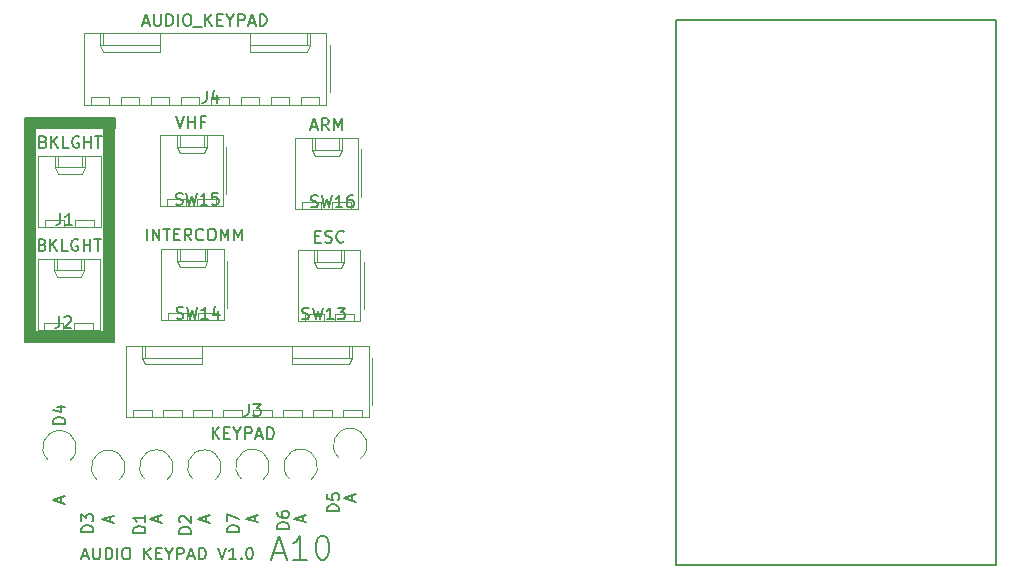
<source format=gbr>
%TF.GenerationSoftware,KiCad,Pcbnew,7.0.9*%
%TF.CreationDate,2023-11-26T05:55:09+10:00*%
%TF.ProjectId,AUDIO-KEYPAD,41554449-4f2d-44b4-9559-5041442e6b69,rev?*%
%TF.SameCoordinates,Original*%
%TF.FileFunction,Legend,Top*%
%TF.FilePolarity,Positive*%
%FSLAX46Y46*%
G04 Gerber Fmt 4.6, Leading zero omitted, Abs format (unit mm)*
G04 Created by KiCad (PCBNEW 7.0.9) date 2023-11-26 05:55:09*
%MOMM*%
%LPD*%
G01*
G04 APERTURE LIST*
%ADD10C,0.150000*%
%ADD11C,0.120000*%
G04 APERTURE END LIST*
D10*
X154300000Y-62990000D02*
X181370000Y-62990000D01*
X181370000Y-109150000D01*
X154300000Y-109150000D01*
X154300000Y-62990000D01*
X99160000Y-90267700D02*
X100020000Y-90267700D01*
X100020000Y-71282300D01*
X99160000Y-71282300D01*
X99160000Y-90267700D01*
G36*
X99160000Y-90267700D02*
G01*
X100020000Y-90267700D01*
X100020000Y-71282300D01*
X99160000Y-71282300D01*
X99160000Y-90267700D01*
G37*
X105840000Y-89440000D02*
X106700000Y-89440000D01*
X106700000Y-72104600D01*
X105840000Y-72104600D01*
X105840000Y-89440000D01*
G36*
X105840000Y-89440000D02*
G01*
X106700000Y-89440000D01*
X106700000Y-72104600D01*
X105840000Y-72104600D01*
X105840000Y-89440000D01*
G37*
X99680000Y-72130000D02*
X106730000Y-72130000D01*
X106730000Y-71270000D01*
X99680000Y-71270000D01*
X99680000Y-72130000D01*
G36*
X99680000Y-72130000D02*
G01*
X106730000Y-72130000D01*
X106730000Y-71270000D01*
X99680000Y-71270000D01*
X99680000Y-72130000D01*
G37*
X99680000Y-90280000D02*
X106670000Y-90280000D01*
X106670000Y-89420000D01*
X99680000Y-89420000D01*
X99680000Y-90280000D01*
G36*
X99680000Y-90280000D02*
G01*
X106670000Y-90280000D01*
X106670000Y-89420000D01*
X99680000Y-89420000D01*
X99680000Y-90280000D01*
G37*
X120139636Y-108096009D02*
X121092017Y-108096009D01*
X119949160Y-108667438D02*
X120615826Y-106667438D01*
X120615826Y-106667438D02*
X121282493Y-108667438D01*
X122996779Y-108667438D02*
X121853922Y-108667438D01*
X122425350Y-108667438D02*
X122425350Y-106667438D01*
X122425350Y-106667438D02*
X122234874Y-106953152D01*
X122234874Y-106953152D02*
X122044398Y-107143628D01*
X122044398Y-107143628D02*
X121853922Y-107238866D01*
X124234874Y-106667438D02*
X124425351Y-106667438D01*
X124425351Y-106667438D02*
X124615827Y-106762676D01*
X124615827Y-106762676D02*
X124711065Y-106857914D01*
X124711065Y-106857914D02*
X124806303Y-107048390D01*
X124806303Y-107048390D02*
X124901541Y-107429342D01*
X124901541Y-107429342D02*
X124901541Y-107905533D01*
X124901541Y-107905533D02*
X124806303Y-108286485D01*
X124806303Y-108286485D02*
X124711065Y-108476961D01*
X124711065Y-108476961D02*
X124615827Y-108572200D01*
X124615827Y-108572200D02*
X124425351Y-108667438D01*
X124425351Y-108667438D02*
X124234874Y-108667438D01*
X124234874Y-108667438D02*
X124044398Y-108572200D01*
X124044398Y-108572200D02*
X123949160Y-108476961D01*
X123949160Y-108476961D02*
X123853922Y-108286485D01*
X123853922Y-108286485D02*
X123758684Y-107905533D01*
X123758684Y-107905533D02*
X123758684Y-107429342D01*
X123758684Y-107429342D02*
X123853922Y-107048390D01*
X123853922Y-107048390D02*
X123949160Y-106857914D01*
X123949160Y-106857914D02*
X124044398Y-106762676D01*
X124044398Y-106762676D02*
X124234874Y-106667438D01*
X104009160Y-108374104D02*
X104485350Y-108374104D01*
X103913922Y-108659819D02*
X104247255Y-107659819D01*
X104247255Y-107659819D02*
X104580588Y-108659819D01*
X104913922Y-107659819D02*
X104913922Y-108469342D01*
X104913922Y-108469342D02*
X104961541Y-108564580D01*
X104961541Y-108564580D02*
X105009160Y-108612200D01*
X105009160Y-108612200D02*
X105104398Y-108659819D01*
X105104398Y-108659819D02*
X105294874Y-108659819D01*
X105294874Y-108659819D02*
X105390112Y-108612200D01*
X105390112Y-108612200D02*
X105437731Y-108564580D01*
X105437731Y-108564580D02*
X105485350Y-108469342D01*
X105485350Y-108469342D02*
X105485350Y-107659819D01*
X105961541Y-108659819D02*
X105961541Y-107659819D01*
X105961541Y-107659819D02*
X106199636Y-107659819D01*
X106199636Y-107659819D02*
X106342493Y-107707438D01*
X106342493Y-107707438D02*
X106437731Y-107802676D01*
X106437731Y-107802676D02*
X106485350Y-107897914D01*
X106485350Y-107897914D02*
X106532969Y-108088390D01*
X106532969Y-108088390D02*
X106532969Y-108231247D01*
X106532969Y-108231247D02*
X106485350Y-108421723D01*
X106485350Y-108421723D02*
X106437731Y-108516961D01*
X106437731Y-108516961D02*
X106342493Y-108612200D01*
X106342493Y-108612200D02*
X106199636Y-108659819D01*
X106199636Y-108659819D02*
X105961541Y-108659819D01*
X106961541Y-108659819D02*
X106961541Y-107659819D01*
X107628207Y-107659819D02*
X107818683Y-107659819D01*
X107818683Y-107659819D02*
X107913921Y-107707438D01*
X107913921Y-107707438D02*
X108009159Y-107802676D01*
X108009159Y-107802676D02*
X108056778Y-107993152D01*
X108056778Y-107993152D02*
X108056778Y-108326485D01*
X108056778Y-108326485D02*
X108009159Y-108516961D01*
X108009159Y-108516961D02*
X107913921Y-108612200D01*
X107913921Y-108612200D02*
X107818683Y-108659819D01*
X107818683Y-108659819D02*
X107628207Y-108659819D01*
X107628207Y-108659819D02*
X107532969Y-108612200D01*
X107532969Y-108612200D02*
X107437731Y-108516961D01*
X107437731Y-108516961D02*
X107390112Y-108326485D01*
X107390112Y-108326485D02*
X107390112Y-107993152D01*
X107390112Y-107993152D02*
X107437731Y-107802676D01*
X107437731Y-107802676D02*
X107532969Y-107707438D01*
X107532969Y-107707438D02*
X107628207Y-107659819D01*
X109247255Y-108659819D02*
X109247255Y-107659819D01*
X109818683Y-108659819D02*
X109390112Y-108088390D01*
X109818683Y-107659819D02*
X109247255Y-108231247D01*
X110247255Y-108136009D02*
X110580588Y-108136009D01*
X110723445Y-108659819D02*
X110247255Y-108659819D01*
X110247255Y-108659819D02*
X110247255Y-107659819D01*
X110247255Y-107659819D02*
X110723445Y-107659819D01*
X111342493Y-108183628D02*
X111342493Y-108659819D01*
X111009160Y-107659819D02*
X111342493Y-108183628D01*
X111342493Y-108183628D02*
X111675826Y-107659819D01*
X112009160Y-108659819D02*
X112009160Y-107659819D01*
X112009160Y-107659819D02*
X112390112Y-107659819D01*
X112390112Y-107659819D02*
X112485350Y-107707438D01*
X112485350Y-107707438D02*
X112532969Y-107755057D01*
X112532969Y-107755057D02*
X112580588Y-107850295D01*
X112580588Y-107850295D02*
X112580588Y-107993152D01*
X112580588Y-107993152D02*
X112532969Y-108088390D01*
X112532969Y-108088390D02*
X112485350Y-108136009D01*
X112485350Y-108136009D02*
X112390112Y-108183628D01*
X112390112Y-108183628D02*
X112009160Y-108183628D01*
X112961541Y-108374104D02*
X113437731Y-108374104D01*
X112866303Y-108659819D02*
X113199636Y-107659819D01*
X113199636Y-107659819D02*
X113532969Y-108659819D01*
X113866303Y-108659819D02*
X113866303Y-107659819D01*
X113866303Y-107659819D02*
X114104398Y-107659819D01*
X114104398Y-107659819D02*
X114247255Y-107707438D01*
X114247255Y-107707438D02*
X114342493Y-107802676D01*
X114342493Y-107802676D02*
X114390112Y-107897914D01*
X114390112Y-107897914D02*
X114437731Y-108088390D01*
X114437731Y-108088390D02*
X114437731Y-108231247D01*
X114437731Y-108231247D02*
X114390112Y-108421723D01*
X114390112Y-108421723D02*
X114342493Y-108516961D01*
X114342493Y-108516961D02*
X114247255Y-108612200D01*
X114247255Y-108612200D02*
X114104398Y-108659819D01*
X114104398Y-108659819D02*
X113866303Y-108659819D01*
X115485351Y-107659819D02*
X115818684Y-108659819D01*
X115818684Y-108659819D02*
X116152017Y-107659819D01*
X117009160Y-108659819D02*
X116437732Y-108659819D01*
X116723446Y-108659819D02*
X116723446Y-107659819D01*
X116723446Y-107659819D02*
X116628208Y-107802676D01*
X116628208Y-107802676D02*
X116532970Y-107897914D01*
X116532970Y-107897914D02*
X116437732Y-107945533D01*
X117437732Y-108564580D02*
X117485351Y-108612200D01*
X117485351Y-108612200D02*
X117437732Y-108659819D01*
X117437732Y-108659819D02*
X117390113Y-108612200D01*
X117390113Y-108612200D02*
X117437732Y-108564580D01*
X117437732Y-108564580D02*
X117437732Y-108659819D01*
X118104398Y-107659819D02*
X118199636Y-107659819D01*
X118199636Y-107659819D02*
X118294874Y-107707438D01*
X118294874Y-107707438D02*
X118342493Y-107755057D01*
X118342493Y-107755057D02*
X118390112Y-107850295D01*
X118390112Y-107850295D02*
X118437731Y-108040771D01*
X118437731Y-108040771D02*
X118437731Y-108278866D01*
X118437731Y-108278866D02*
X118390112Y-108469342D01*
X118390112Y-108469342D02*
X118342493Y-108564580D01*
X118342493Y-108564580D02*
X118294874Y-108612200D01*
X118294874Y-108612200D02*
X118199636Y-108659819D01*
X118199636Y-108659819D02*
X118104398Y-108659819D01*
X118104398Y-108659819D02*
X118009160Y-108612200D01*
X118009160Y-108612200D02*
X117961541Y-108564580D01*
X117961541Y-108564580D02*
X117913922Y-108469342D01*
X117913922Y-108469342D02*
X117866303Y-108278866D01*
X117866303Y-108278866D02*
X117866303Y-108040771D01*
X117866303Y-108040771D02*
X117913922Y-107850295D01*
X117913922Y-107850295D02*
X117961541Y-107755057D01*
X117961541Y-107755057D02*
X118009160Y-107707438D01*
X118009160Y-107707438D02*
X118104398Y-107659819D01*
X117274819Y-106338094D02*
X116274819Y-106338094D01*
X116274819Y-106338094D02*
X116274819Y-106099999D01*
X116274819Y-106099999D02*
X116322438Y-105957142D01*
X116322438Y-105957142D02*
X116417676Y-105861904D01*
X116417676Y-105861904D02*
X116512914Y-105814285D01*
X116512914Y-105814285D02*
X116703390Y-105766666D01*
X116703390Y-105766666D02*
X116846247Y-105766666D01*
X116846247Y-105766666D02*
X117036723Y-105814285D01*
X117036723Y-105814285D02*
X117131961Y-105861904D01*
X117131961Y-105861904D02*
X117227200Y-105957142D01*
X117227200Y-105957142D02*
X117274819Y-106099999D01*
X117274819Y-106099999D02*
X117274819Y-106338094D01*
X116274819Y-105433332D02*
X116274819Y-104766666D01*
X116274819Y-104766666D02*
X117274819Y-105195237D01*
X118579104Y-105428094D02*
X118579104Y-104951904D01*
X118864819Y-105523332D02*
X117864819Y-105189999D01*
X117864819Y-105189999D02*
X118864819Y-104856666D01*
X121479819Y-106068094D02*
X120479819Y-106068094D01*
X120479819Y-106068094D02*
X120479819Y-105829999D01*
X120479819Y-105829999D02*
X120527438Y-105687142D01*
X120527438Y-105687142D02*
X120622676Y-105591904D01*
X120622676Y-105591904D02*
X120717914Y-105544285D01*
X120717914Y-105544285D02*
X120908390Y-105496666D01*
X120908390Y-105496666D02*
X121051247Y-105496666D01*
X121051247Y-105496666D02*
X121241723Y-105544285D01*
X121241723Y-105544285D02*
X121336961Y-105591904D01*
X121336961Y-105591904D02*
X121432200Y-105687142D01*
X121432200Y-105687142D02*
X121479819Y-105829999D01*
X121479819Y-105829999D02*
X121479819Y-106068094D01*
X120479819Y-104639523D02*
X120479819Y-104829999D01*
X120479819Y-104829999D02*
X120527438Y-104925237D01*
X120527438Y-104925237D02*
X120575057Y-104972856D01*
X120575057Y-104972856D02*
X120717914Y-105068094D01*
X120717914Y-105068094D02*
X120908390Y-105115713D01*
X120908390Y-105115713D02*
X121289342Y-105115713D01*
X121289342Y-105115713D02*
X121384580Y-105068094D01*
X121384580Y-105068094D02*
X121432200Y-105020475D01*
X121432200Y-105020475D02*
X121479819Y-104925237D01*
X121479819Y-104925237D02*
X121479819Y-104734761D01*
X121479819Y-104734761D02*
X121432200Y-104639523D01*
X121432200Y-104639523D02*
X121384580Y-104591904D01*
X121384580Y-104591904D02*
X121289342Y-104544285D01*
X121289342Y-104544285D02*
X121051247Y-104544285D01*
X121051247Y-104544285D02*
X120956009Y-104591904D01*
X120956009Y-104591904D02*
X120908390Y-104639523D01*
X120908390Y-104639523D02*
X120860771Y-104734761D01*
X120860771Y-104734761D02*
X120860771Y-104925237D01*
X120860771Y-104925237D02*
X120908390Y-105020475D01*
X120908390Y-105020475D02*
X120956009Y-105068094D01*
X120956009Y-105068094D02*
X121051247Y-105115713D01*
X122654104Y-105428094D02*
X122654104Y-104951904D01*
X122939819Y-105523332D02*
X121939819Y-105189999D01*
X121939819Y-105189999D02*
X122939819Y-104856666D01*
X125734819Y-104568094D02*
X124734819Y-104568094D01*
X124734819Y-104568094D02*
X124734819Y-104329999D01*
X124734819Y-104329999D02*
X124782438Y-104187142D01*
X124782438Y-104187142D02*
X124877676Y-104091904D01*
X124877676Y-104091904D02*
X124972914Y-104044285D01*
X124972914Y-104044285D02*
X125163390Y-103996666D01*
X125163390Y-103996666D02*
X125306247Y-103996666D01*
X125306247Y-103996666D02*
X125496723Y-104044285D01*
X125496723Y-104044285D02*
X125591961Y-104091904D01*
X125591961Y-104091904D02*
X125687200Y-104187142D01*
X125687200Y-104187142D02*
X125734819Y-104329999D01*
X125734819Y-104329999D02*
X125734819Y-104568094D01*
X124734819Y-103091904D02*
X124734819Y-103568094D01*
X124734819Y-103568094D02*
X125211009Y-103615713D01*
X125211009Y-103615713D02*
X125163390Y-103568094D01*
X125163390Y-103568094D02*
X125115771Y-103472856D01*
X125115771Y-103472856D02*
X125115771Y-103234761D01*
X125115771Y-103234761D02*
X125163390Y-103139523D01*
X125163390Y-103139523D02*
X125211009Y-103091904D01*
X125211009Y-103091904D02*
X125306247Y-103044285D01*
X125306247Y-103044285D02*
X125544342Y-103044285D01*
X125544342Y-103044285D02*
X125639580Y-103091904D01*
X125639580Y-103091904D02*
X125687200Y-103139523D01*
X125687200Y-103139523D02*
X125734819Y-103234761D01*
X125734819Y-103234761D02*
X125734819Y-103472856D01*
X125734819Y-103472856D02*
X125687200Y-103568094D01*
X125687200Y-103568094D02*
X125639580Y-103615713D01*
X126839104Y-103658094D02*
X126839104Y-103181904D01*
X127124819Y-103753332D02*
X126124819Y-103419999D01*
X126124819Y-103419999D02*
X127124819Y-103086666D01*
X102534819Y-97163094D02*
X101534819Y-97163094D01*
X101534819Y-97163094D02*
X101534819Y-96924999D01*
X101534819Y-96924999D02*
X101582438Y-96782142D01*
X101582438Y-96782142D02*
X101677676Y-96686904D01*
X101677676Y-96686904D02*
X101772914Y-96639285D01*
X101772914Y-96639285D02*
X101963390Y-96591666D01*
X101963390Y-96591666D02*
X102106247Y-96591666D01*
X102106247Y-96591666D02*
X102296723Y-96639285D01*
X102296723Y-96639285D02*
X102391961Y-96686904D01*
X102391961Y-96686904D02*
X102487200Y-96782142D01*
X102487200Y-96782142D02*
X102534819Y-96924999D01*
X102534819Y-96924999D02*
X102534819Y-97163094D01*
X101868152Y-95734523D02*
X102534819Y-95734523D01*
X101487200Y-95972618D02*
X102201485Y-96210713D01*
X102201485Y-96210713D02*
X102201485Y-95591666D01*
X102229104Y-103848094D02*
X102229104Y-103371904D01*
X102514819Y-103943332D02*
X101514819Y-103609999D01*
X101514819Y-103609999D02*
X102514819Y-103276666D01*
X104909819Y-106338094D02*
X103909819Y-106338094D01*
X103909819Y-106338094D02*
X103909819Y-106099999D01*
X103909819Y-106099999D02*
X103957438Y-105957142D01*
X103957438Y-105957142D02*
X104052676Y-105861904D01*
X104052676Y-105861904D02*
X104147914Y-105814285D01*
X104147914Y-105814285D02*
X104338390Y-105766666D01*
X104338390Y-105766666D02*
X104481247Y-105766666D01*
X104481247Y-105766666D02*
X104671723Y-105814285D01*
X104671723Y-105814285D02*
X104766961Y-105861904D01*
X104766961Y-105861904D02*
X104862200Y-105957142D01*
X104862200Y-105957142D02*
X104909819Y-106099999D01*
X104909819Y-106099999D02*
X104909819Y-106338094D01*
X103909819Y-105433332D02*
X103909819Y-104814285D01*
X103909819Y-104814285D02*
X104290771Y-105147618D01*
X104290771Y-105147618D02*
X104290771Y-105004761D01*
X104290771Y-105004761D02*
X104338390Y-104909523D01*
X104338390Y-104909523D02*
X104386009Y-104861904D01*
X104386009Y-104861904D02*
X104481247Y-104814285D01*
X104481247Y-104814285D02*
X104719342Y-104814285D01*
X104719342Y-104814285D02*
X104814580Y-104861904D01*
X104814580Y-104861904D02*
X104862200Y-104909523D01*
X104862200Y-104909523D02*
X104909819Y-105004761D01*
X104909819Y-105004761D02*
X104909819Y-105290475D01*
X104909819Y-105290475D02*
X104862200Y-105385713D01*
X104862200Y-105385713D02*
X104814580Y-105433332D01*
X106354104Y-105508094D02*
X106354104Y-105031904D01*
X106639819Y-105603332D02*
X105639819Y-105269999D01*
X105639819Y-105269999D02*
X106639819Y-104936666D01*
X113199819Y-106468094D02*
X112199819Y-106468094D01*
X112199819Y-106468094D02*
X112199819Y-106229999D01*
X112199819Y-106229999D02*
X112247438Y-106087142D01*
X112247438Y-106087142D02*
X112342676Y-105991904D01*
X112342676Y-105991904D02*
X112437914Y-105944285D01*
X112437914Y-105944285D02*
X112628390Y-105896666D01*
X112628390Y-105896666D02*
X112771247Y-105896666D01*
X112771247Y-105896666D02*
X112961723Y-105944285D01*
X112961723Y-105944285D02*
X113056961Y-105991904D01*
X113056961Y-105991904D02*
X113152200Y-106087142D01*
X113152200Y-106087142D02*
X113199819Y-106229999D01*
X113199819Y-106229999D02*
X113199819Y-106468094D01*
X112295057Y-105515713D02*
X112247438Y-105468094D01*
X112247438Y-105468094D02*
X112199819Y-105372856D01*
X112199819Y-105372856D02*
X112199819Y-105134761D01*
X112199819Y-105134761D02*
X112247438Y-105039523D01*
X112247438Y-105039523D02*
X112295057Y-104991904D01*
X112295057Y-104991904D02*
X112390295Y-104944285D01*
X112390295Y-104944285D02*
X112485533Y-104944285D01*
X112485533Y-104944285D02*
X112628390Y-104991904D01*
X112628390Y-104991904D02*
X113199819Y-105563332D01*
X113199819Y-105563332D02*
X113199819Y-104944285D01*
X114504104Y-105483094D02*
X114504104Y-105006904D01*
X114789819Y-105578332D02*
X113789819Y-105244999D01*
X113789819Y-105244999D02*
X114789819Y-104911666D01*
X109324819Y-106408094D02*
X108324819Y-106408094D01*
X108324819Y-106408094D02*
X108324819Y-106169999D01*
X108324819Y-106169999D02*
X108372438Y-106027142D01*
X108372438Y-106027142D02*
X108467676Y-105931904D01*
X108467676Y-105931904D02*
X108562914Y-105884285D01*
X108562914Y-105884285D02*
X108753390Y-105836666D01*
X108753390Y-105836666D02*
X108896247Y-105836666D01*
X108896247Y-105836666D02*
X109086723Y-105884285D01*
X109086723Y-105884285D02*
X109181961Y-105931904D01*
X109181961Y-105931904D02*
X109277200Y-106027142D01*
X109277200Y-106027142D02*
X109324819Y-106169999D01*
X109324819Y-106169999D02*
X109324819Y-106408094D01*
X109324819Y-104884285D02*
X109324819Y-105455713D01*
X109324819Y-105169999D02*
X108324819Y-105169999D01*
X108324819Y-105169999D02*
X108467676Y-105265237D01*
X108467676Y-105265237D02*
X108562914Y-105360475D01*
X108562914Y-105360475D02*
X108610533Y-105455713D01*
X110429104Y-105478094D02*
X110429104Y-105001904D01*
X110714819Y-105573332D02*
X109714819Y-105239999D01*
X109714819Y-105239999D02*
X110714819Y-104906666D01*
X123350476Y-78777200D02*
X123493333Y-78824819D01*
X123493333Y-78824819D02*
X123731428Y-78824819D01*
X123731428Y-78824819D02*
X123826666Y-78777200D01*
X123826666Y-78777200D02*
X123874285Y-78729580D01*
X123874285Y-78729580D02*
X123921904Y-78634342D01*
X123921904Y-78634342D02*
X123921904Y-78539104D01*
X123921904Y-78539104D02*
X123874285Y-78443866D01*
X123874285Y-78443866D02*
X123826666Y-78396247D01*
X123826666Y-78396247D02*
X123731428Y-78348628D01*
X123731428Y-78348628D02*
X123540952Y-78301009D01*
X123540952Y-78301009D02*
X123445714Y-78253390D01*
X123445714Y-78253390D02*
X123398095Y-78205771D01*
X123398095Y-78205771D02*
X123350476Y-78110533D01*
X123350476Y-78110533D02*
X123350476Y-78015295D01*
X123350476Y-78015295D02*
X123398095Y-77920057D01*
X123398095Y-77920057D02*
X123445714Y-77872438D01*
X123445714Y-77872438D02*
X123540952Y-77824819D01*
X123540952Y-77824819D02*
X123779047Y-77824819D01*
X123779047Y-77824819D02*
X123921904Y-77872438D01*
X124255238Y-77824819D02*
X124493333Y-78824819D01*
X124493333Y-78824819D02*
X124683809Y-78110533D01*
X124683809Y-78110533D02*
X124874285Y-78824819D01*
X124874285Y-78824819D02*
X125112381Y-77824819D01*
X126017142Y-78824819D02*
X125445714Y-78824819D01*
X125731428Y-78824819D02*
X125731428Y-77824819D01*
X125731428Y-77824819D02*
X125636190Y-77967676D01*
X125636190Y-77967676D02*
X125540952Y-78062914D01*
X125540952Y-78062914D02*
X125445714Y-78110533D01*
X126874285Y-77824819D02*
X126683809Y-77824819D01*
X126683809Y-77824819D02*
X126588571Y-77872438D01*
X126588571Y-77872438D02*
X126540952Y-77920057D01*
X126540952Y-77920057D02*
X126445714Y-78062914D01*
X126445714Y-78062914D02*
X126398095Y-78253390D01*
X126398095Y-78253390D02*
X126398095Y-78634342D01*
X126398095Y-78634342D02*
X126445714Y-78729580D01*
X126445714Y-78729580D02*
X126493333Y-78777200D01*
X126493333Y-78777200D02*
X126588571Y-78824819D01*
X126588571Y-78824819D02*
X126779047Y-78824819D01*
X126779047Y-78824819D02*
X126874285Y-78777200D01*
X126874285Y-78777200D02*
X126921904Y-78729580D01*
X126921904Y-78729580D02*
X126969523Y-78634342D01*
X126969523Y-78634342D02*
X126969523Y-78396247D01*
X126969523Y-78396247D02*
X126921904Y-78301009D01*
X126921904Y-78301009D02*
X126874285Y-78253390D01*
X126874285Y-78253390D02*
X126779047Y-78205771D01*
X126779047Y-78205771D02*
X126588571Y-78205771D01*
X126588571Y-78205771D02*
X126493333Y-78253390D01*
X126493333Y-78253390D02*
X126445714Y-78301009D01*
X126445714Y-78301009D02*
X126398095Y-78396247D01*
X123380476Y-72029104D02*
X123856666Y-72029104D01*
X123285238Y-72314819D02*
X123618571Y-71314819D01*
X123618571Y-71314819D02*
X123951904Y-72314819D01*
X124856666Y-72314819D02*
X124523333Y-71838628D01*
X124285238Y-72314819D02*
X124285238Y-71314819D01*
X124285238Y-71314819D02*
X124666190Y-71314819D01*
X124666190Y-71314819D02*
X124761428Y-71362438D01*
X124761428Y-71362438D02*
X124809047Y-71410057D01*
X124809047Y-71410057D02*
X124856666Y-71505295D01*
X124856666Y-71505295D02*
X124856666Y-71648152D01*
X124856666Y-71648152D02*
X124809047Y-71743390D01*
X124809047Y-71743390D02*
X124761428Y-71791009D01*
X124761428Y-71791009D02*
X124666190Y-71838628D01*
X124666190Y-71838628D02*
X124285238Y-71838628D01*
X125285238Y-72314819D02*
X125285238Y-71314819D01*
X125285238Y-71314819D02*
X125618571Y-72029104D01*
X125618571Y-72029104D02*
X125951904Y-71314819D01*
X125951904Y-71314819D02*
X125951904Y-72314819D01*
X111910476Y-78577200D02*
X112053333Y-78624819D01*
X112053333Y-78624819D02*
X112291428Y-78624819D01*
X112291428Y-78624819D02*
X112386666Y-78577200D01*
X112386666Y-78577200D02*
X112434285Y-78529580D01*
X112434285Y-78529580D02*
X112481904Y-78434342D01*
X112481904Y-78434342D02*
X112481904Y-78339104D01*
X112481904Y-78339104D02*
X112434285Y-78243866D01*
X112434285Y-78243866D02*
X112386666Y-78196247D01*
X112386666Y-78196247D02*
X112291428Y-78148628D01*
X112291428Y-78148628D02*
X112100952Y-78101009D01*
X112100952Y-78101009D02*
X112005714Y-78053390D01*
X112005714Y-78053390D02*
X111958095Y-78005771D01*
X111958095Y-78005771D02*
X111910476Y-77910533D01*
X111910476Y-77910533D02*
X111910476Y-77815295D01*
X111910476Y-77815295D02*
X111958095Y-77720057D01*
X111958095Y-77720057D02*
X112005714Y-77672438D01*
X112005714Y-77672438D02*
X112100952Y-77624819D01*
X112100952Y-77624819D02*
X112339047Y-77624819D01*
X112339047Y-77624819D02*
X112481904Y-77672438D01*
X112815238Y-77624819D02*
X113053333Y-78624819D01*
X113053333Y-78624819D02*
X113243809Y-77910533D01*
X113243809Y-77910533D02*
X113434285Y-78624819D01*
X113434285Y-78624819D02*
X113672381Y-77624819D01*
X114577142Y-78624819D02*
X114005714Y-78624819D01*
X114291428Y-78624819D02*
X114291428Y-77624819D01*
X114291428Y-77624819D02*
X114196190Y-77767676D01*
X114196190Y-77767676D02*
X114100952Y-77862914D01*
X114100952Y-77862914D02*
X114005714Y-77910533D01*
X115481904Y-77624819D02*
X115005714Y-77624819D01*
X115005714Y-77624819D02*
X114958095Y-78101009D01*
X114958095Y-78101009D02*
X115005714Y-78053390D01*
X115005714Y-78053390D02*
X115100952Y-78005771D01*
X115100952Y-78005771D02*
X115339047Y-78005771D01*
X115339047Y-78005771D02*
X115434285Y-78053390D01*
X115434285Y-78053390D02*
X115481904Y-78101009D01*
X115481904Y-78101009D02*
X115529523Y-78196247D01*
X115529523Y-78196247D02*
X115529523Y-78434342D01*
X115529523Y-78434342D02*
X115481904Y-78529580D01*
X115481904Y-78529580D02*
X115434285Y-78577200D01*
X115434285Y-78577200D02*
X115339047Y-78624819D01*
X115339047Y-78624819D02*
X115100952Y-78624819D01*
X115100952Y-78624819D02*
X115005714Y-78577200D01*
X115005714Y-78577200D02*
X114958095Y-78529580D01*
X111964286Y-71114819D02*
X112297619Y-72114819D01*
X112297619Y-72114819D02*
X112630952Y-71114819D01*
X112964286Y-72114819D02*
X112964286Y-71114819D01*
X112964286Y-71591009D02*
X113535714Y-71591009D01*
X113535714Y-72114819D02*
X113535714Y-71114819D01*
X114345238Y-71591009D02*
X114011905Y-71591009D01*
X114011905Y-72114819D02*
X114011905Y-71114819D01*
X114011905Y-71114819D02*
X114488095Y-71114819D01*
X111980476Y-88227200D02*
X112123333Y-88274819D01*
X112123333Y-88274819D02*
X112361428Y-88274819D01*
X112361428Y-88274819D02*
X112456666Y-88227200D01*
X112456666Y-88227200D02*
X112504285Y-88179580D01*
X112504285Y-88179580D02*
X112551904Y-88084342D01*
X112551904Y-88084342D02*
X112551904Y-87989104D01*
X112551904Y-87989104D02*
X112504285Y-87893866D01*
X112504285Y-87893866D02*
X112456666Y-87846247D01*
X112456666Y-87846247D02*
X112361428Y-87798628D01*
X112361428Y-87798628D02*
X112170952Y-87751009D01*
X112170952Y-87751009D02*
X112075714Y-87703390D01*
X112075714Y-87703390D02*
X112028095Y-87655771D01*
X112028095Y-87655771D02*
X111980476Y-87560533D01*
X111980476Y-87560533D02*
X111980476Y-87465295D01*
X111980476Y-87465295D02*
X112028095Y-87370057D01*
X112028095Y-87370057D02*
X112075714Y-87322438D01*
X112075714Y-87322438D02*
X112170952Y-87274819D01*
X112170952Y-87274819D02*
X112409047Y-87274819D01*
X112409047Y-87274819D02*
X112551904Y-87322438D01*
X112885238Y-87274819D02*
X113123333Y-88274819D01*
X113123333Y-88274819D02*
X113313809Y-87560533D01*
X113313809Y-87560533D02*
X113504285Y-88274819D01*
X113504285Y-88274819D02*
X113742381Y-87274819D01*
X114647142Y-88274819D02*
X114075714Y-88274819D01*
X114361428Y-88274819D02*
X114361428Y-87274819D01*
X114361428Y-87274819D02*
X114266190Y-87417676D01*
X114266190Y-87417676D02*
X114170952Y-87512914D01*
X114170952Y-87512914D02*
X114075714Y-87560533D01*
X115504285Y-87608152D02*
X115504285Y-88274819D01*
X115266190Y-87227200D02*
X115028095Y-87941485D01*
X115028095Y-87941485D02*
X115647142Y-87941485D01*
X109466191Y-81644819D02*
X109466191Y-80644819D01*
X109942381Y-81644819D02*
X109942381Y-80644819D01*
X109942381Y-80644819D02*
X110513809Y-81644819D01*
X110513809Y-81644819D02*
X110513809Y-80644819D01*
X110847143Y-80644819D02*
X111418571Y-80644819D01*
X111132857Y-81644819D02*
X111132857Y-80644819D01*
X111751905Y-81121009D02*
X112085238Y-81121009D01*
X112228095Y-81644819D02*
X111751905Y-81644819D01*
X111751905Y-81644819D02*
X111751905Y-80644819D01*
X111751905Y-80644819D02*
X112228095Y-80644819D01*
X113228095Y-81644819D02*
X112894762Y-81168628D01*
X112656667Y-81644819D02*
X112656667Y-80644819D01*
X112656667Y-80644819D02*
X113037619Y-80644819D01*
X113037619Y-80644819D02*
X113132857Y-80692438D01*
X113132857Y-80692438D02*
X113180476Y-80740057D01*
X113180476Y-80740057D02*
X113228095Y-80835295D01*
X113228095Y-80835295D02*
X113228095Y-80978152D01*
X113228095Y-80978152D02*
X113180476Y-81073390D01*
X113180476Y-81073390D02*
X113132857Y-81121009D01*
X113132857Y-81121009D02*
X113037619Y-81168628D01*
X113037619Y-81168628D02*
X112656667Y-81168628D01*
X114228095Y-81549580D02*
X114180476Y-81597200D01*
X114180476Y-81597200D02*
X114037619Y-81644819D01*
X114037619Y-81644819D02*
X113942381Y-81644819D01*
X113942381Y-81644819D02*
X113799524Y-81597200D01*
X113799524Y-81597200D02*
X113704286Y-81501961D01*
X113704286Y-81501961D02*
X113656667Y-81406723D01*
X113656667Y-81406723D02*
X113609048Y-81216247D01*
X113609048Y-81216247D02*
X113609048Y-81073390D01*
X113609048Y-81073390D02*
X113656667Y-80882914D01*
X113656667Y-80882914D02*
X113704286Y-80787676D01*
X113704286Y-80787676D02*
X113799524Y-80692438D01*
X113799524Y-80692438D02*
X113942381Y-80644819D01*
X113942381Y-80644819D02*
X114037619Y-80644819D01*
X114037619Y-80644819D02*
X114180476Y-80692438D01*
X114180476Y-80692438D02*
X114228095Y-80740057D01*
X114847143Y-80644819D02*
X115037619Y-80644819D01*
X115037619Y-80644819D02*
X115132857Y-80692438D01*
X115132857Y-80692438D02*
X115228095Y-80787676D01*
X115228095Y-80787676D02*
X115275714Y-80978152D01*
X115275714Y-80978152D02*
X115275714Y-81311485D01*
X115275714Y-81311485D02*
X115228095Y-81501961D01*
X115228095Y-81501961D02*
X115132857Y-81597200D01*
X115132857Y-81597200D02*
X115037619Y-81644819D01*
X115037619Y-81644819D02*
X114847143Y-81644819D01*
X114847143Y-81644819D02*
X114751905Y-81597200D01*
X114751905Y-81597200D02*
X114656667Y-81501961D01*
X114656667Y-81501961D02*
X114609048Y-81311485D01*
X114609048Y-81311485D02*
X114609048Y-80978152D01*
X114609048Y-80978152D02*
X114656667Y-80787676D01*
X114656667Y-80787676D02*
X114751905Y-80692438D01*
X114751905Y-80692438D02*
X114847143Y-80644819D01*
X115704286Y-81644819D02*
X115704286Y-80644819D01*
X115704286Y-80644819D02*
X116037619Y-81359104D01*
X116037619Y-81359104D02*
X116370952Y-80644819D01*
X116370952Y-80644819D02*
X116370952Y-81644819D01*
X116847143Y-81644819D02*
X116847143Y-80644819D01*
X116847143Y-80644819D02*
X117180476Y-81359104D01*
X117180476Y-81359104D02*
X117513809Y-80644819D01*
X117513809Y-80644819D02*
X117513809Y-81644819D01*
X122610476Y-88287200D02*
X122753333Y-88334819D01*
X122753333Y-88334819D02*
X122991428Y-88334819D01*
X122991428Y-88334819D02*
X123086666Y-88287200D01*
X123086666Y-88287200D02*
X123134285Y-88239580D01*
X123134285Y-88239580D02*
X123181904Y-88144342D01*
X123181904Y-88144342D02*
X123181904Y-88049104D01*
X123181904Y-88049104D02*
X123134285Y-87953866D01*
X123134285Y-87953866D02*
X123086666Y-87906247D01*
X123086666Y-87906247D02*
X122991428Y-87858628D01*
X122991428Y-87858628D02*
X122800952Y-87811009D01*
X122800952Y-87811009D02*
X122705714Y-87763390D01*
X122705714Y-87763390D02*
X122658095Y-87715771D01*
X122658095Y-87715771D02*
X122610476Y-87620533D01*
X122610476Y-87620533D02*
X122610476Y-87525295D01*
X122610476Y-87525295D02*
X122658095Y-87430057D01*
X122658095Y-87430057D02*
X122705714Y-87382438D01*
X122705714Y-87382438D02*
X122800952Y-87334819D01*
X122800952Y-87334819D02*
X123039047Y-87334819D01*
X123039047Y-87334819D02*
X123181904Y-87382438D01*
X123515238Y-87334819D02*
X123753333Y-88334819D01*
X123753333Y-88334819D02*
X123943809Y-87620533D01*
X123943809Y-87620533D02*
X124134285Y-88334819D01*
X124134285Y-88334819D02*
X124372381Y-87334819D01*
X125277142Y-88334819D02*
X124705714Y-88334819D01*
X124991428Y-88334819D02*
X124991428Y-87334819D01*
X124991428Y-87334819D02*
X124896190Y-87477676D01*
X124896190Y-87477676D02*
X124800952Y-87572914D01*
X124800952Y-87572914D02*
X124705714Y-87620533D01*
X125610476Y-87334819D02*
X126229523Y-87334819D01*
X126229523Y-87334819D02*
X125896190Y-87715771D01*
X125896190Y-87715771D02*
X126039047Y-87715771D01*
X126039047Y-87715771D02*
X126134285Y-87763390D01*
X126134285Y-87763390D02*
X126181904Y-87811009D01*
X126181904Y-87811009D02*
X126229523Y-87906247D01*
X126229523Y-87906247D02*
X126229523Y-88144342D01*
X126229523Y-88144342D02*
X126181904Y-88239580D01*
X126181904Y-88239580D02*
X126134285Y-88287200D01*
X126134285Y-88287200D02*
X126039047Y-88334819D01*
X126039047Y-88334819D02*
X125753333Y-88334819D01*
X125753333Y-88334819D02*
X125658095Y-88287200D01*
X125658095Y-88287200D02*
X125610476Y-88239580D01*
X123699524Y-81301009D02*
X124032857Y-81301009D01*
X124175714Y-81824819D02*
X123699524Y-81824819D01*
X123699524Y-81824819D02*
X123699524Y-80824819D01*
X123699524Y-80824819D02*
X124175714Y-80824819D01*
X124556667Y-81777200D02*
X124699524Y-81824819D01*
X124699524Y-81824819D02*
X124937619Y-81824819D01*
X124937619Y-81824819D02*
X125032857Y-81777200D01*
X125032857Y-81777200D02*
X125080476Y-81729580D01*
X125080476Y-81729580D02*
X125128095Y-81634342D01*
X125128095Y-81634342D02*
X125128095Y-81539104D01*
X125128095Y-81539104D02*
X125080476Y-81443866D01*
X125080476Y-81443866D02*
X125032857Y-81396247D01*
X125032857Y-81396247D02*
X124937619Y-81348628D01*
X124937619Y-81348628D02*
X124747143Y-81301009D01*
X124747143Y-81301009D02*
X124651905Y-81253390D01*
X124651905Y-81253390D02*
X124604286Y-81205771D01*
X124604286Y-81205771D02*
X124556667Y-81110533D01*
X124556667Y-81110533D02*
X124556667Y-81015295D01*
X124556667Y-81015295D02*
X124604286Y-80920057D01*
X124604286Y-80920057D02*
X124651905Y-80872438D01*
X124651905Y-80872438D02*
X124747143Y-80824819D01*
X124747143Y-80824819D02*
X124985238Y-80824819D01*
X124985238Y-80824819D02*
X125128095Y-80872438D01*
X126128095Y-81729580D02*
X126080476Y-81777200D01*
X126080476Y-81777200D02*
X125937619Y-81824819D01*
X125937619Y-81824819D02*
X125842381Y-81824819D01*
X125842381Y-81824819D02*
X125699524Y-81777200D01*
X125699524Y-81777200D02*
X125604286Y-81681961D01*
X125604286Y-81681961D02*
X125556667Y-81586723D01*
X125556667Y-81586723D02*
X125509048Y-81396247D01*
X125509048Y-81396247D02*
X125509048Y-81253390D01*
X125509048Y-81253390D02*
X125556667Y-81062914D01*
X125556667Y-81062914D02*
X125604286Y-80967676D01*
X125604286Y-80967676D02*
X125699524Y-80872438D01*
X125699524Y-80872438D02*
X125842381Y-80824819D01*
X125842381Y-80824819D02*
X125937619Y-80824819D01*
X125937619Y-80824819D02*
X126080476Y-80872438D01*
X126080476Y-80872438D02*
X126128095Y-80920057D01*
X114516666Y-68994819D02*
X114516666Y-69709104D01*
X114516666Y-69709104D02*
X114469047Y-69851961D01*
X114469047Y-69851961D02*
X114373809Y-69947200D01*
X114373809Y-69947200D02*
X114230952Y-69994819D01*
X114230952Y-69994819D02*
X114135714Y-69994819D01*
X115421428Y-69328152D02*
X115421428Y-69994819D01*
X115183333Y-68947200D02*
X114945238Y-69661485D01*
X114945238Y-69661485D02*
X115564285Y-69661485D01*
X109165714Y-63199104D02*
X109641904Y-63199104D01*
X109070476Y-63484819D02*
X109403809Y-62484819D01*
X109403809Y-62484819D02*
X109737142Y-63484819D01*
X110070476Y-62484819D02*
X110070476Y-63294342D01*
X110070476Y-63294342D02*
X110118095Y-63389580D01*
X110118095Y-63389580D02*
X110165714Y-63437200D01*
X110165714Y-63437200D02*
X110260952Y-63484819D01*
X110260952Y-63484819D02*
X110451428Y-63484819D01*
X110451428Y-63484819D02*
X110546666Y-63437200D01*
X110546666Y-63437200D02*
X110594285Y-63389580D01*
X110594285Y-63389580D02*
X110641904Y-63294342D01*
X110641904Y-63294342D02*
X110641904Y-62484819D01*
X111118095Y-63484819D02*
X111118095Y-62484819D01*
X111118095Y-62484819D02*
X111356190Y-62484819D01*
X111356190Y-62484819D02*
X111499047Y-62532438D01*
X111499047Y-62532438D02*
X111594285Y-62627676D01*
X111594285Y-62627676D02*
X111641904Y-62722914D01*
X111641904Y-62722914D02*
X111689523Y-62913390D01*
X111689523Y-62913390D02*
X111689523Y-63056247D01*
X111689523Y-63056247D02*
X111641904Y-63246723D01*
X111641904Y-63246723D02*
X111594285Y-63341961D01*
X111594285Y-63341961D02*
X111499047Y-63437200D01*
X111499047Y-63437200D02*
X111356190Y-63484819D01*
X111356190Y-63484819D02*
X111118095Y-63484819D01*
X112118095Y-63484819D02*
X112118095Y-62484819D01*
X112784761Y-62484819D02*
X112975237Y-62484819D01*
X112975237Y-62484819D02*
X113070475Y-62532438D01*
X113070475Y-62532438D02*
X113165713Y-62627676D01*
X113165713Y-62627676D02*
X113213332Y-62818152D01*
X113213332Y-62818152D02*
X113213332Y-63151485D01*
X113213332Y-63151485D02*
X113165713Y-63341961D01*
X113165713Y-63341961D02*
X113070475Y-63437200D01*
X113070475Y-63437200D02*
X112975237Y-63484819D01*
X112975237Y-63484819D02*
X112784761Y-63484819D01*
X112784761Y-63484819D02*
X112689523Y-63437200D01*
X112689523Y-63437200D02*
X112594285Y-63341961D01*
X112594285Y-63341961D02*
X112546666Y-63151485D01*
X112546666Y-63151485D02*
X112546666Y-62818152D01*
X112546666Y-62818152D02*
X112594285Y-62627676D01*
X112594285Y-62627676D02*
X112689523Y-62532438D01*
X112689523Y-62532438D02*
X112784761Y-62484819D01*
X113403809Y-63580057D02*
X114165713Y-63580057D01*
X114403809Y-63484819D02*
X114403809Y-62484819D01*
X114975237Y-63484819D02*
X114546666Y-62913390D01*
X114975237Y-62484819D02*
X114403809Y-63056247D01*
X115403809Y-62961009D02*
X115737142Y-62961009D01*
X115879999Y-63484819D02*
X115403809Y-63484819D01*
X115403809Y-63484819D02*
X115403809Y-62484819D01*
X115403809Y-62484819D02*
X115879999Y-62484819D01*
X116499047Y-63008628D02*
X116499047Y-63484819D01*
X116165714Y-62484819D02*
X116499047Y-63008628D01*
X116499047Y-63008628D02*
X116832380Y-62484819D01*
X117165714Y-63484819D02*
X117165714Y-62484819D01*
X117165714Y-62484819D02*
X117546666Y-62484819D01*
X117546666Y-62484819D02*
X117641904Y-62532438D01*
X117641904Y-62532438D02*
X117689523Y-62580057D01*
X117689523Y-62580057D02*
X117737142Y-62675295D01*
X117737142Y-62675295D02*
X117737142Y-62818152D01*
X117737142Y-62818152D02*
X117689523Y-62913390D01*
X117689523Y-62913390D02*
X117641904Y-62961009D01*
X117641904Y-62961009D02*
X117546666Y-63008628D01*
X117546666Y-63008628D02*
X117165714Y-63008628D01*
X118118095Y-63199104D02*
X118594285Y-63199104D01*
X118022857Y-63484819D02*
X118356190Y-62484819D01*
X118356190Y-62484819D02*
X118689523Y-63484819D01*
X119022857Y-63484819D02*
X119022857Y-62484819D01*
X119022857Y-62484819D02*
X119260952Y-62484819D01*
X119260952Y-62484819D02*
X119403809Y-62532438D01*
X119403809Y-62532438D02*
X119499047Y-62627676D01*
X119499047Y-62627676D02*
X119546666Y-62722914D01*
X119546666Y-62722914D02*
X119594285Y-62913390D01*
X119594285Y-62913390D02*
X119594285Y-63056247D01*
X119594285Y-63056247D02*
X119546666Y-63246723D01*
X119546666Y-63246723D02*
X119499047Y-63341961D01*
X119499047Y-63341961D02*
X119403809Y-63437200D01*
X119403809Y-63437200D02*
X119260952Y-63484819D01*
X119260952Y-63484819D02*
X119022857Y-63484819D01*
X118096666Y-95484819D02*
X118096666Y-96199104D01*
X118096666Y-96199104D02*
X118049047Y-96341961D01*
X118049047Y-96341961D02*
X117953809Y-96437200D01*
X117953809Y-96437200D02*
X117810952Y-96484819D01*
X117810952Y-96484819D02*
X117715714Y-96484819D01*
X118477619Y-95484819D02*
X119096666Y-95484819D01*
X119096666Y-95484819D02*
X118763333Y-95865771D01*
X118763333Y-95865771D02*
X118906190Y-95865771D01*
X118906190Y-95865771D02*
X119001428Y-95913390D01*
X119001428Y-95913390D02*
X119049047Y-95961009D01*
X119049047Y-95961009D02*
X119096666Y-96056247D01*
X119096666Y-96056247D02*
X119096666Y-96294342D01*
X119096666Y-96294342D02*
X119049047Y-96389580D01*
X119049047Y-96389580D02*
X119001428Y-96437200D01*
X119001428Y-96437200D02*
X118906190Y-96484819D01*
X118906190Y-96484819D02*
X118620476Y-96484819D01*
X118620476Y-96484819D02*
X118525238Y-96437200D01*
X118525238Y-96437200D02*
X118477619Y-96389580D01*
X115018571Y-98464819D02*
X115018571Y-97464819D01*
X115589999Y-98464819D02*
X115161428Y-97893390D01*
X115589999Y-97464819D02*
X115018571Y-98036247D01*
X116018571Y-97941009D02*
X116351904Y-97941009D01*
X116494761Y-98464819D02*
X116018571Y-98464819D01*
X116018571Y-98464819D02*
X116018571Y-97464819D01*
X116018571Y-97464819D02*
X116494761Y-97464819D01*
X117113809Y-97988628D02*
X117113809Y-98464819D01*
X116780476Y-97464819D02*
X117113809Y-97988628D01*
X117113809Y-97988628D02*
X117447142Y-97464819D01*
X117780476Y-98464819D02*
X117780476Y-97464819D01*
X117780476Y-97464819D02*
X118161428Y-97464819D01*
X118161428Y-97464819D02*
X118256666Y-97512438D01*
X118256666Y-97512438D02*
X118304285Y-97560057D01*
X118304285Y-97560057D02*
X118351904Y-97655295D01*
X118351904Y-97655295D02*
X118351904Y-97798152D01*
X118351904Y-97798152D02*
X118304285Y-97893390D01*
X118304285Y-97893390D02*
X118256666Y-97941009D01*
X118256666Y-97941009D02*
X118161428Y-97988628D01*
X118161428Y-97988628D02*
X117780476Y-97988628D01*
X118732857Y-98179104D02*
X119209047Y-98179104D01*
X118637619Y-98464819D02*
X118970952Y-97464819D01*
X118970952Y-97464819D02*
X119304285Y-98464819D01*
X119637619Y-98464819D02*
X119637619Y-97464819D01*
X119637619Y-97464819D02*
X119875714Y-97464819D01*
X119875714Y-97464819D02*
X120018571Y-97512438D01*
X120018571Y-97512438D02*
X120113809Y-97607676D01*
X120113809Y-97607676D02*
X120161428Y-97702914D01*
X120161428Y-97702914D02*
X120209047Y-97893390D01*
X120209047Y-97893390D02*
X120209047Y-98036247D01*
X120209047Y-98036247D02*
X120161428Y-98226723D01*
X120161428Y-98226723D02*
X120113809Y-98321961D01*
X120113809Y-98321961D02*
X120018571Y-98417200D01*
X120018571Y-98417200D02*
X119875714Y-98464819D01*
X119875714Y-98464819D02*
X119637619Y-98464819D01*
X102056666Y-88054819D02*
X102056666Y-88769104D01*
X102056666Y-88769104D02*
X102009047Y-88911961D01*
X102009047Y-88911961D02*
X101913809Y-89007200D01*
X101913809Y-89007200D02*
X101770952Y-89054819D01*
X101770952Y-89054819D02*
X101675714Y-89054819D01*
X102485238Y-88150057D02*
X102532857Y-88102438D01*
X102532857Y-88102438D02*
X102628095Y-88054819D01*
X102628095Y-88054819D02*
X102866190Y-88054819D01*
X102866190Y-88054819D02*
X102961428Y-88102438D01*
X102961428Y-88102438D02*
X103009047Y-88150057D01*
X103009047Y-88150057D02*
X103056666Y-88245295D01*
X103056666Y-88245295D02*
X103056666Y-88340533D01*
X103056666Y-88340533D02*
X103009047Y-88483390D01*
X103009047Y-88483390D02*
X102437619Y-89054819D01*
X102437619Y-89054819D02*
X103056666Y-89054819D01*
X100621904Y-82021009D02*
X100764761Y-82068628D01*
X100764761Y-82068628D02*
X100812380Y-82116247D01*
X100812380Y-82116247D02*
X100859999Y-82211485D01*
X100859999Y-82211485D02*
X100859999Y-82354342D01*
X100859999Y-82354342D02*
X100812380Y-82449580D01*
X100812380Y-82449580D02*
X100764761Y-82497200D01*
X100764761Y-82497200D02*
X100669523Y-82544819D01*
X100669523Y-82544819D02*
X100288571Y-82544819D01*
X100288571Y-82544819D02*
X100288571Y-81544819D01*
X100288571Y-81544819D02*
X100621904Y-81544819D01*
X100621904Y-81544819D02*
X100717142Y-81592438D01*
X100717142Y-81592438D02*
X100764761Y-81640057D01*
X100764761Y-81640057D02*
X100812380Y-81735295D01*
X100812380Y-81735295D02*
X100812380Y-81830533D01*
X100812380Y-81830533D02*
X100764761Y-81925771D01*
X100764761Y-81925771D02*
X100717142Y-81973390D01*
X100717142Y-81973390D02*
X100621904Y-82021009D01*
X100621904Y-82021009D02*
X100288571Y-82021009D01*
X101288571Y-82544819D02*
X101288571Y-81544819D01*
X101859999Y-82544819D02*
X101431428Y-81973390D01*
X101859999Y-81544819D02*
X101288571Y-82116247D01*
X102764761Y-82544819D02*
X102288571Y-82544819D01*
X102288571Y-82544819D02*
X102288571Y-81544819D01*
X103621904Y-81592438D02*
X103526666Y-81544819D01*
X103526666Y-81544819D02*
X103383809Y-81544819D01*
X103383809Y-81544819D02*
X103240952Y-81592438D01*
X103240952Y-81592438D02*
X103145714Y-81687676D01*
X103145714Y-81687676D02*
X103098095Y-81782914D01*
X103098095Y-81782914D02*
X103050476Y-81973390D01*
X103050476Y-81973390D02*
X103050476Y-82116247D01*
X103050476Y-82116247D02*
X103098095Y-82306723D01*
X103098095Y-82306723D02*
X103145714Y-82401961D01*
X103145714Y-82401961D02*
X103240952Y-82497200D01*
X103240952Y-82497200D02*
X103383809Y-82544819D01*
X103383809Y-82544819D02*
X103479047Y-82544819D01*
X103479047Y-82544819D02*
X103621904Y-82497200D01*
X103621904Y-82497200D02*
X103669523Y-82449580D01*
X103669523Y-82449580D02*
X103669523Y-82116247D01*
X103669523Y-82116247D02*
X103479047Y-82116247D01*
X104098095Y-82544819D02*
X104098095Y-81544819D01*
X104098095Y-82021009D02*
X104669523Y-82021009D01*
X104669523Y-82544819D02*
X104669523Y-81544819D01*
X105002857Y-81544819D02*
X105574285Y-81544819D01*
X105288571Y-82544819D02*
X105288571Y-81544819D01*
X102126666Y-79334819D02*
X102126666Y-80049104D01*
X102126666Y-80049104D02*
X102079047Y-80191961D01*
X102079047Y-80191961D02*
X101983809Y-80287200D01*
X101983809Y-80287200D02*
X101840952Y-80334819D01*
X101840952Y-80334819D02*
X101745714Y-80334819D01*
X103126666Y-80334819D02*
X102555238Y-80334819D01*
X102840952Y-80334819D02*
X102840952Y-79334819D01*
X102840952Y-79334819D02*
X102745714Y-79477676D01*
X102745714Y-79477676D02*
X102650476Y-79572914D01*
X102650476Y-79572914D02*
X102555238Y-79620533D01*
X100691904Y-73301009D02*
X100834761Y-73348628D01*
X100834761Y-73348628D02*
X100882380Y-73396247D01*
X100882380Y-73396247D02*
X100929999Y-73491485D01*
X100929999Y-73491485D02*
X100929999Y-73634342D01*
X100929999Y-73634342D02*
X100882380Y-73729580D01*
X100882380Y-73729580D02*
X100834761Y-73777200D01*
X100834761Y-73777200D02*
X100739523Y-73824819D01*
X100739523Y-73824819D02*
X100358571Y-73824819D01*
X100358571Y-73824819D02*
X100358571Y-72824819D01*
X100358571Y-72824819D02*
X100691904Y-72824819D01*
X100691904Y-72824819D02*
X100787142Y-72872438D01*
X100787142Y-72872438D02*
X100834761Y-72920057D01*
X100834761Y-72920057D02*
X100882380Y-73015295D01*
X100882380Y-73015295D02*
X100882380Y-73110533D01*
X100882380Y-73110533D02*
X100834761Y-73205771D01*
X100834761Y-73205771D02*
X100787142Y-73253390D01*
X100787142Y-73253390D02*
X100691904Y-73301009D01*
X100691904Y-73301009D02*
X100358571Y-73301009D01*
X101358571Y-73824819D02*
X101358571Y-72824819D01*
X101929999Y-73824819D02*
X101501428Y-73253390D01*
X101929999Y-72824819D02*
X101358571Y-73396247D01*
X102834761Y-73824819D02*
X102358571Y-73824819D01*
X102358571Y-73824819D02*
X102358571Y-72824819D01*
X103691904Y-72872438D02*
X103596666Y-72824819D01*
X103596666Y-72824819D02*
X103453809Y-72824819D01*
X103453809Y-72824819D02*
X103310952Y-72872438D01*
X103310952Y-72872438D02*
X103215714Y-72967676D01*
X103215714Y-72967676D02*
X103168095Y-73062914D01*
X103168095Y-73062914D02*
X103120476Y-73253390D01*
X103120476Y-73253390D02*
X103120476Y-73396247D01*
X103120476Y-73396247D02*
X103168095Y-73586723D01*
X103168095Y-73586723D02*
X103215714Y-73681961D01*
X103215714Y-73681961D02*
X103310952Y-73777200D01*
X103310952Y-73777200D02*
X103453809Y-73824819D01*
X103453809Y-73824819D02*
X103549047Y-73824819D01*
X103549047Y-73824819D02*
X103691904Y-73777200D01*
X103691904Y-73777200D02*
X103739523Y-73729580D01*
X103739523Y-73729580D02*
X103739523Y-73396247D01*
X103739523Y-73396247D02*
X103549047Y-73396247D01*
X104168095Y-73824819D02*
X104168095Y-72824819D01*
X104168095Y-73301009D02*
X104739523Y-73301009D01*
X104739523Y-73824819D02*
X104739523Y-72824819D01*
X105072857Y-72824819D02*
X105644285Y-72824819D01*
X105358571Y-73824819D02*
X105358571Y-72824819D01*
D11*
%TO.C,D7*%
X119310000Y-101863239D02*
G75*
G03*
X117441134Y-101803850I-900000J1113239D01*
G01*
%TO.C,D6*%
X123385000Y-101863239D02*
G75*
G03*
X121516134Y-101803850I-900000J1113239D01*
G01*
%TO.C,D5*%
X127570000Y-100093239D02*
G75*
G03*
X125701134Y-100033850I-900000J1113239D01*
G01*
%TO.C,D4*%
X102960000Y-100283239D02*
G75*
G03*
X101091134Y-100223850I-900000J1113239D01*
G01*
%TO.C,D3*%
X107085000Y-101943239D02*
G75*
G03*
X105216134Y-101883850I-900000J1113239D01*
G01*
%TO.C,D2*%
X115235000Y-101918239D02*
G75*
G03*
X113366134Y-101858850I-900000J1113239D01*
G01*
%TO.C,D1*%
X111160000Y-101913239D02*
G75*
G03*
X109291134Y-101853850I-900000J1113239D01*
G01*
%TO.C,SW16*%
X127340000Y-72950000D02*
X122040000Y-72950000D01*
X125160000Y-78370000D02*
X125160000Y-78970000D01*
X127630000Y-77940000D02*
X127630000Y-73940000D01*
X127340000Y-78970000D02*
X127340000Y-72950000D01*
X124220000Y-78970000D02*
X124220000Y-78370000D01*
X123420000Y-73950000D02*
X123420000Y-72950000D01*
X123670000Y-72950000D02*
X123670000Y-73950000D01*
X126760000Y-78370000D02*
X125160000Y-78370000D01*
X124220000Y-78370000D02*
X122620000Y-78370000D01*
X123670000Y-74480000D02*
X123420000Y-73950000D01*
X125960000Y-73950000D02*
X123420000Y-73950000D01*
X125960000Y-72950000D02*
X125960000Y-73950000D01*
X125710000Y-72950000D02*
X125710000Y-73950000D01*
X125960000Y-73950000D02*
X125710000Y-74480000D01*
X122040000Y-78970000D02*
X127340000Y-78970000D01*
X126760000Y-78970000D02*
X126760000Y-78370000D01*
X122040000Y-72950000D02*
X122040000Y-78970000D01*
X122620000Y-78370000D02*
X122620000Y-78970000D01*
X125710000Y-74480000D02*
X123670000Y-74480000D01*
%TO.C,SW15*%
X115900000Y-72750000D02*
X110600000Y-72750000D01*
X113720000Y-78170000D02*
X113720000Y-78770000D01*
X116190000Y-77740000D02*
X116190000Y-73740000D01*
X115900000Y-78770000D02*
X115900000Y-72750000D01*
X112780000Y-78770000D02*
X112780000Y-78170000D01*
X111980000Y-73750000D02*
X111980000Y-72750000D01*
X112230000Y-72750000D02*
X112230000Y-73750000D01*
X115320000Y-78170000D02*
X113720000Y-78170000D01*
X112780000Y-78170000D02*
X111180000Y-78170000D01*
X112230000Y-74280000D02*
X111980000Y-73750000D01*
X114520000Y-73750000D02*
X111980000Y-73750000D01*
X114520000Y-72750000D02*
X114520000Y-73750000D01*
X114270000Y-72750000D02*
X114270000Y-73750000D01*
X114520000Y-73750000D02*
X114270000Y-74280000D01*
X110600000Y-78770000D02*
X115900000Y-78770000D01*
X115320000Y-78770000D02*
X115320000Y-78170000D01*
X110600000Y-72750000D02*
X110600000Y-78770000D01*
X111180000Y-78170000D02*
X111180000Y-78770000D01*
X114270000Y-74280000D02*
X112230000Y-74280000D01*
%TO.C,SW14*%
X115970000Y-82400000D02*
X110670000Y-82400000D01*
X113790000Y-87820000D02*
X113790000Y-88420000D01*
X116260000Y-87390000D02*
X116260000Y-83390000D01*
X115970000Y-88420000D02*
X115970000Y-82400000D01*
X112850000Y-88420000D02*
X112850000Y-87820000D01*
X112050000Y-83400000D02*
X112050000Y-82400000D01*
X112300000Y-82400000D02*
X112300000Y-83400000D01*
X115390000Y-87820000D02*
X113790000Y-87820000D01*
X112850000Y-87820000D02*
X111250000Y-87820000D01*
X112300000Y-83930000D02*
X112050000Y-83400000D01*
X114590000Y-83400000D02*
X112050000Y-83400000D01*
X114590000Y-82400000D02*
X114590000Y-83400000D01*
X114340000Y-82400000D02*
X114340000Y-83400000D01*
X114590000Y-83400000D02*
X114340000Y-83930000D01*
X110670000Y-88420000D02*
X115970000Y-88420000D01*
X115390000Y-88420000D02*
X115390000Y-87820000D01*
X110670000Y-82400000D02*
X110670000Y-88420000D01*
X111250000Y-87820000D02*
X111250000Y-88420000D01*
X114340000Y-83930000D02*
X112300000Y-83930000D01*
%TO.C,SW13*%
X127540000Y-82460000D02*
X122240000Y-82460000D01*
X125360000Y-87880000D02*
X125360000Y-88480000D01*
X127830000Y-87450000D02*
X127830000Y-83450000D01*
X127540000Y-88480000D02*
X127540000Y-82460000D01*
X124420000Y-88480000D02*
X124420000Y-87880000D01*
X123620000Y-83460000D02*
X123620000Y-82460000D01*
X123870000Y-82460000D02*
X123870000Y-83460000D01*
X126960000Y-87880000D02*
X125360000Y-87880000D01*
X124420000Y-87880000D02*
X122820000Y-87880000D01*
X123870000Y-83990000D02*
X123620000Y-83460000D01*
X126160000Y-83460000D02*
X123620000Y-83460000D01*
X126160000Y-82460000D02*
X126160000Y-83460000D01*
X125910000Y-82460000D02*
X125910000Y-83460000D01*
X126160000Y-83460000D02*
X125910000Y-83990000D01*
X122240000Y-88480000D02*
X127540000Y-88480000D01*
X126960000Y-88480000D02*
X126960000Y-87880000D01*
X122240000Y-82460000D02*
X122240000Y-88480000D01*
X122820000Y-87880000D02*
X122820000Y-88480000D01*
X125910000Y-83990000D02*
X123870000Y-83990000D01*
%TO.C,J4*%
X124070000Y-69540000D02*
X122470000Y-69540000D01*
X105490000Y-64120000D02*
X105490000Y-65120000D01*
X105490000Y-65120000D02*
X105740000Y-65650000D01*
X105490000Y-65120000D02*
X110570000Y-65120000D01*
X104690000Y-69540000D02*
X104690000Y-70140000D01*
X123020000Y-65650000D02*
X118190000Y-65650000D01*
X105740000Y-65650000D02*
X110570000Y-65650000D01*
X110570000Y-65120000D02*
X110570000Y-64120000D01*
X124650000Y-64120000D02*
X104110000Y-64120000D01*
X104110000Y-70140000D02*
X124650000Y-70140000D01*
X124650000Y-70140000D02*
X124650000Y-64120000D01*
X110570000Y-65650000D02*
X110570000Y-65120000D01*
X119930000Y-69540000D02*
X119930000Y-70140000D01*
X116450000Y-69540000D02*
X114850000Y-69540000D01*
X107230000Y-69540000D02*
X107230000Y-70140000D01*
X111370000Y-69540000D02*
X109770000Y-69540000D01*
X121530000Y-69540000D02*
X119930000Y-69540000D01*
X111370000Y-70140000D02*
X111370000Y-69540000D01*
X122470000Y-69540000D02*
X122470000Y-70140000D01*
X123270000Y-65120000D02*
X123020000Y-65650000D01*
X106290000Y-69540000D02*
X104690000Y-69540000D01*
X112310000Y-69540000D02*
X112310000Y-70140000D01*
X116450000Y-70140000D02*
X116450000Y-69540000D01*
X123020000Y-64120000D02*
X123020000Y-65120000D01*
X117390000Y-69540000D02*
X117390000Y-70140000D01*
X118190000Y-65120000D02*
X118190000Y-64120000D01*
X118190000Y-65650000D02*
X118190000Y-65120000D01*
X118990000Y-70140000D02*
X118990000Y-69540000D01*
X113910000Y-69540000D02*
X112310000Y-69540000D01*
X123270000Y-64120000D02*
X123270000Y-65120000D01*
X114850000Y-69540000D02*
X114850000Y-70140000D01*
X105740000Y-64120000D02*
X105740000Y-65120000D01*
X108830000Y-69540000D02*
X107230000Y-69540000D01*
X124940000Y-69110000D02*
X124940000Y-65110000D01*
X124070000Y-70140000D02*
X124070000Y-69540000D01*
X108830000Y-70140000D02*
X108830000Y-69540000D01*
X104110000Y-64120000D02*
X104110000Y-70140000D01*
X109770000Y-69540000D02*
X109770000Y-70140000D01*
X121530000Y-70140000D02*
X121530000Y-69540000D01*
X123270000Y-65120000D02*
X118190000Y-65120000D01*
X118990000Y-69540000D02*
X117390000Y-69540000D01*
X106290000Y-70140000D02*
X106290000Y-69540000D01*
X113910000Y-70140000D02*
X113910000Y-69540000D01*
%TO.C,J3*%
X127650000Y-96030000D02*
X126050000Y-96030000D01*
X109070000Y-90610000D02*
X109070000Y-91610000D01*
X109070000Y-91610000D02*
X109320000Y-92140000D01*
X109070000Y-91610000D02*
X114150000Y-91610000D01*
X108270000Y-96030000D02*
X108270000Y-96630000D01*
X126600000Y-92140000D02*
X121770000Y-92140000D01*
X109320000Y-92140000D02*
X114150000Y-92140000D01*
X114150000Y-91610000D02*
X114150000Y-90610000D01*
X128230000Y-90610000D02*
X107690000Y-90610000D01*
X107690000Y-96630000D02*
X128230000Y-96630000D01*
X128230000Y-96630000D02*
X128230000Y-90610000D01*
X114150000Y-92140000D02*
X114150000Y-91610000D01*
X123510000Y-96030000D02*
X123510000Y-96630000D01*
X120030000Y-96030000D02*
X118430000Y-96030000D01*
X110810000Y-96030000D02*
X110810000Y-96630000D01*
X114950000Y-96030000D02*
X113350000Y-96030000D01*
X125110000Y-96030000D02*
X123510000Y-96030000D01*
X114950000Y-96630000D02*
X114950000Y-96030000D01*
X126050000Y-96030000D02*
X126050000Y-96630000D01*
X126850000Y-91610000D02*
X126600000Y-92140000D01*
X109870000Y-96030000D02*
X108270000Y-96030000D01*
X115890000Y-96030000D02*
X115890000Y-96630000D01*
X120030000Y-96630000D02*
X120030000Y-96030000D01*
X126600000Y-90610000D02*
X126600000Y-91610000D01*
X120970000Y-96030000D02*
X120970000Y-96630000D01*
X121770000Y-91610000D02*
X121770000Y-90610000D01*
X121770000Y-92140000D02*
X121770000Y-91610000D01*
X122570000Y-96630000D02*
X122570000Y-96030000D01*
X117490000Y-96030000D02*
X115890000Y-96030000D01*
X126850000Y-90610000D02*
X126850000Y-91610000D01*
X118430000Y-96030000D02*
X118430000Y-96630000D01*
X109320000Y-90610000D02*
X109320000Y-91610000D01*
X112410000Y-96030000D02*
X110810000Y-96030000D01*
X128520000Y-95600000D02*
X128520000Y-91600000D01*
X127650000Y-96630000D02*
X127650000Y-96030000D01*
X112410000Y-96630000D02*
X112410000Y-96030000D01*
X107690000Y-90610000D02*
X107690000Y-96630000D01*
X113350000Y-96030000D02*
X113350000Y-96630000D01*
X125110000Y-96630000D02*
X125110000Y-96030000D01*
X126850000Y-91610000D02*
X121770000Y-91610000D01*
X122570000Y-96030000D02*
X120970000Y-96030000D01*
X109870000Y-96630000D02*
X109870000Y-96030000D01*
X117490000Y-96630000D02*
X117490000Y-96030000D01*
%TO.C,J2*%
X105510000Y-83180000D02*
X100210000Y-83180000D01*
X103330000Y-88600000D02*
X103330000Y-89200000D01*
X105800000Y-88170000D02*
X105800000Y-84170000D01*
X105510000Y-89200000D02*
X105510000Y-83180000D01*
X102390000Y-89200000D02*
X102390000Y-88600000D01*
X101590000Y-84180000D02*
X101590000Y-83180000D01*
X101840000Y-83180000D02*
X101840000Y-84180000D01*
X104930000Y-88600000D02*
X103330000Y-88600000D01*
X102390000Y-88600000D02*
X100790000Y-88600000D01*
X101840000Y-84710000D02*
X101590000Y-84180000D01*
X104130000Y-84180000D02*
X101590000Y-84180000D01*
X104130000Y-83180000D02*
X104130000Y-84180000D01*
X103880000Y-83180000D02*
X103880000Y-84180000D01*
X104130000Y-84180000D02*
X103880000Y-84710000D01*
X100210000Y-89200000D02*
X105510000Y-89200000D01*
X104930000Y-89200000D02*
X104930000Y-88600000D01*
X100210000Y-83180000D02*
X100210000Y-89200000D01*
X100790000Y-88600000D02*
X100790000Y-89200000D01*
X103880000Y-84710000D02*
X101840000Y-84710000D01*
%TO.C,J1*%
X105580000Y-74460000D02*
X100280000Y-74460000D01*
X103400000Y-79880000D02*
X103400000Y-80480000D01*
X105870000Y-79450000D02*
X105870000Y-75450000D01*
X105580000Y-80480000D02*
X105580000Y-74460000D01*
X102460000Y-80480000D02*
X102460000Y-79880000D01*
X101660000Y-75460000D02*
X101660000Y-74460000D01*
X101910000Y-74460000D02*
X101910000Y-75460000D01*
X105000000Y-79880000D02*
X103400000Y-79880000D01*
X102460000Y-79880000D02*
X100860000Y-79880000D01*
X101910000Y-75990000D02*
X101660000Y-75460000D01*
X104200000Y-75460000D02*
X101660000Y-75460000D01*
X104200000Y-74460000D02*
X104200000Y-75460000D01*
X103950000Y-74460000D02*
X103950000Y-75460000D01*
X104200000Y-75460000D02*
X103950000Y-75990000D01*
X100280000Y-80480000D02*
X105580000Y-80480000D01*
X105000000Y-80480000D02*
X105000000Y-79880000D01*
X100280000Y-74460000D02*
X100280000Y-80480000D01*
X100860000Y-79880000D02*
X100860000Y-80480000D01*
X103950000Y-75990000D02*
X101910000Y-75990000D01*
%TD*%
M02*

</source>
